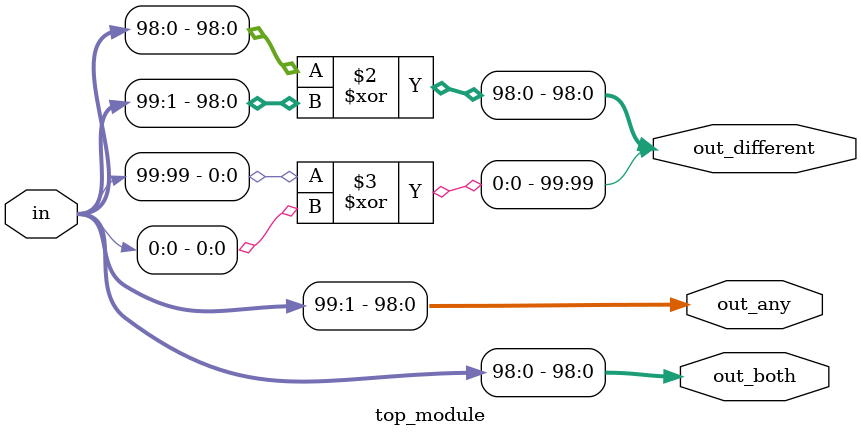
<source format=sv>
module top_module (
    input [99:0] in,
    output [98:0] out_both,
    output [99:1] out_any,
    output [99:0] out_different
);

    assign out_both = {in[98] & in[99], in[98:0]};
    
    assign out_any = {in[99], in[99:1]};
    
    assign out_different = {in[99] ^ in[0], in[98:0] ^ in[99:1]};

endmodule

</source>
